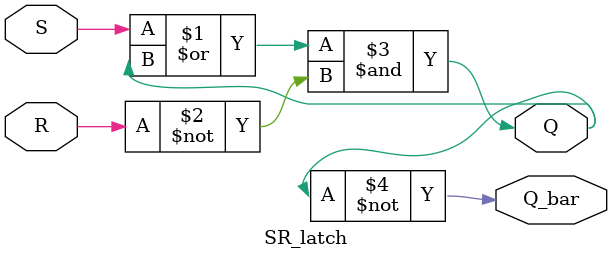
<source format=v>
module SR_latch(S, R, Q, Q_bar);

input S, R;
output Q, Q_bar;

assign Q = (S | Q) & ~R;
assign Q_bar = ~Q;


endmodule




</source>
